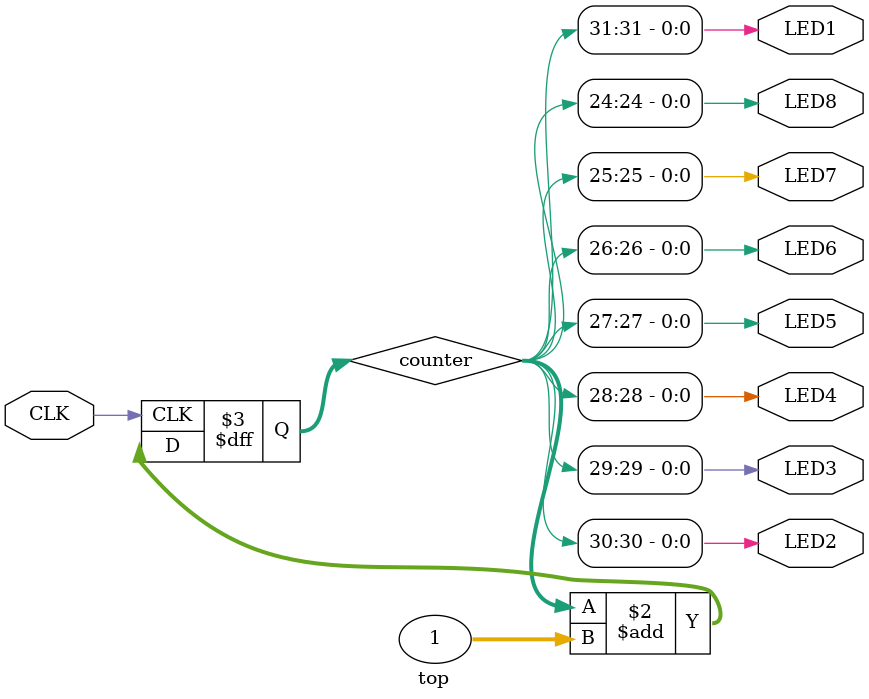
<source format=v>
module top(
    input CLK,
    output LED1,
    output LED2,
    output LED3,
    output LED4,
    output LED5,
    output LED6,
    output LED7,
    output LED8
);

    localparam COUNTER_WIDTH = 32;
    reg [COUNTER_WIDTH-1:0] counter;

    always @(posedge CLK)
    counter <= counter + 1;

    assign LED1 = counter[COUNTER_WIDTH-1];
    assign LED2 = counter[COUNTER_WIDTH-2];
    assign LED3 = counter[COUNTER_WIDTH-3];
    assign LED4 = counter[COUNTER_WIDTH-4];
    assign LED5 = counter[COUNTER_WIDTH-5];
    assign LED6 = counter[COUNTER_WIDTH-6];
    assign LED7 = counter[COUNTER_WIDTH-7];
    assign LED8 = counter[COUNTER_WIDTH-8];
endmodule

</source>
